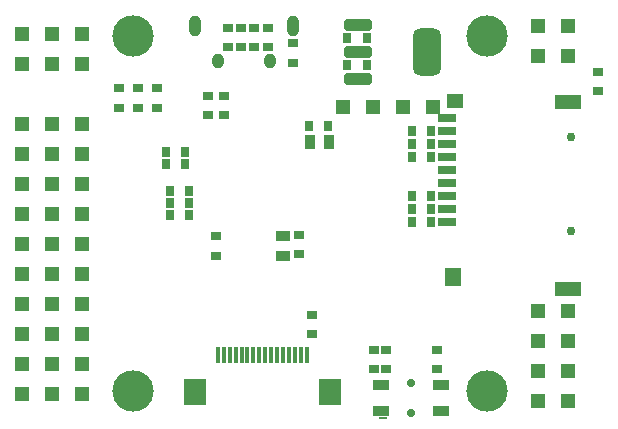
<source format=gbs>
%FSLAX25Y25*%
%MOIN*%
G70*
G01*
G75*
G04 Layer_Color=16711935*
%ADD10R,0.05200X0.06000*%
%ADD11R,0.10000X0.03600*%
%ADD12C,0.02800*%
%ADD13R,0.04000X0.02800*%
%ADD14R,0.05400X0.04000*%
%ADD15C,0.04000*%
%ADD16R,0.06000X0.09600*%
%ADD17R,0.09000X0.07000*%
%ADD18R,0.03400X0.02800*%
%ADD19O,0.06496X0.01181*%
%ADD20O,0.01181X0.06496*%
%ADD21R,0.02756X0.00394*%
%ADD22R,0.05512X0.03150*%
%ADD23R,0.01575X0.06400*%
%ADD24R,0.07000X0.04000*%
%ADD25C,0.02400*%
%ADD26C,0.01000*%
%ADD27C,0.00600*%
%ADD28C,0.01400*%
%ADD29C,0.02000*%
%ADD30C,0.01200*%
%ADD31C,0.01600*%
%ADD32C,0.03000*%
%ADD33R,0.05000X0.05000*%
%ADD34R,0.05000X0.05000*%
%ADD35C,0.13780*%
%ADD36C,0.02756*%
%ADD37O,0.04000X0.07000*%
%ADD38O,0.04000X0.05000*%
%ADD39C,0.02400*%
%ADD40C,0.00400*%
%ADD41R,0.07200X0.08600*%
%ADD42R,0.01000X0.05000*%
%ADD43R,0.05600X0.04800*%
%ADD44R,0.06200X0.02800*%
%ADD45R,0.08600X0.04800*%
%ADD46R,0.05600X0.06200*%
%ADD47R,0.03600X0.04400*%
%ADD48R,0.04400X0.03600*%
%ADD49R,0.02800X0.03400*%
G04:AMPARAMS|DCode=50|XSize=37.4mil|YSize=94.49mil|CornerRadius=9.35mil|HoleSize=0mil|Usage=FLASHONLY|Rotation=270.000|XOffset=0mil|YOffset=0mil|HoleType=Round|Shape=RoundedRectangle|*
%AMROUNDEDRECTD50*
21,1,0.03740,0.07579,0,0,270.0*
21,1,0.01870,0.09449,0,0,270.0*
1,1,0.01870,-0.03789,-0.00935*
1,1,0.01870,-0.03789,0.00935*
1,1,0.01870,0.03789,0.00935*
1,1,0.01870,0.03789,-0.00935*
%
%ADD50ROUNDEDRECTD50*%
G04:AMPARAMS|DCode=51|XSize=157.48mil|YSize=94.49mil|CornerRadius=23.62mil|HoleSize=0mil|Usage=FLASHONLY|Rotation=270.000|XOffset=0mil|YOffset=0mil|HoleType=Round|Shape=RoundedRectangle|*
%AMROUNDEDRECTD51*
21,1,0.15748,0.04724,0,0,270.0*
21,1,0.11024,0.09449,0,0,270.0*
1,1,0.04724,-0.02362,-0.05512*
1,1,0.04724,-0.02362,0.05512*
1,1,0.04724,0.02362,0.05512*
1,1,0.04724,0.02362,-0.05512*
%
%ADD51ROUNDEDRECTD51*%
%ADD52C,0.04500*%
%ADD53C,0.03800*%
%ADD54C,0.03000*%
%ADD55C,0.01900*%
%ADD56C,0.02362*%
%ADD57C,0.00800*%
%ADD58C,0.00787*%
%ADD59C,0.00022*%
%ADD60C,0.00500*%
%ADD61R,0.08500X0.02200*%
%ADD62R,0.03400X0.00600*%
%ADD63R,0.05400X0.06200*%
%ADD64R,0.10200X0.03800*%
%ADD65R,0.04200X0.03000*%
%ADD66R,0.05600X0.04200*%
%ADD67R,0.06200X0.09800*%
%ADD68R,0.03600X0.03000*%
%ADD69R,0.02956X0.00594*%
%ADD70R,0.05712X0.03350*%
%ADD71R,0.01775X0.06600*%
%ADD72R,0.07400X0.08800*%
%ADD73R,0.01200X0.05200*%
%ADD74R,0.05800X0.05000*%
%ADD75R,0.06400X0.03000*%
%ADD76R,0.08800X0.05000*%
%ADD77R,0.05800X0.06400*%
%ADD78R,0.03800X0.04600*%
%ADD79R,0.04600X0.03800*%
%ADD80R,0.03000X0.03600*%
D32*
X188317Y94544D02*
D03*
Y63048D02*
D03*
D33*
X142378Y104398D02*
D03*
X112378D02*
D03*
X122378D02*
D03*
X132378D02*
D03*
X15378Y128898D02*
D03*
X25378Y118898D02*
D03*
Y128898D02*
D03*
X15378Y118898D02*
D03*
X5378D02*
D03*
X5378Y128898D02*
D03*
Y28898D02*
D03*
X25378D02*
D03*
X15378D02*
D03*
Y18898D02*
D03*
X25378Y8898D02*
D03*
Y18898D02*
D03*
X15378Y8898D02*
D03*
X5378D02*
D03*
X5378Y18898D02*
D03*
Y58898D02*
D03*
X25378D02*
D03*
X15378D02*
D03*
Y48898D02*
D03*
X25378Y38898D02*
D03*
Y48898D02*
D03*
X15378Y38898D02*
D03*
X5378D02*
D03*
X5378Y48898D02*
D03*
X15378Y78898D02*
D03*
X25378Y68898D02*
D03*
Y78898D02*
D03*
X15378Y68898D02*
D03*
X5378D02*
D03*
X5378Y78898D02*
D03*
Y98898D02*
D03*
X5378Y88898D02*
D03*
X15378D02*
D03*
X25378Y98898D02*
D03*
Y88898D02*
D03*
X15378Y98898D02*
D03*
D34*
X177378Y121398D02*
D03*
X187378Y131398D02*
D03*
X177378D02*
D03*
X187378Y121398D02*
D03*
X177378Y16398D02*
D03*
X187378D02*
D03*
Y26398D02*
D03*
X177378Y36398D02*
D03*
X187378D02*
D03*
X177378Y26398D02*
D03*
X187378Y6398D02*
D03*
X177378D02*
D03*
D35*
X42323Y127953D02*
D03*
Y9843D02*
D03*
X160433D02*
D03*
Y127953D02*
D03*
D36*
X134878Y2398D02*
D03*
X134879Y12398D02*
D03*
X134878Y2398D02*
D03*
X134877Y12398D02*
D03*
D37*
X62841Y131498D02*
D03*
X95715D02*
D03*
D38*
X70518Y119698D02*
D03*
X88038D02*
D03*
D50*
X117361Y113882D02*
D03*
X117361Y122898D02*
D03*
X117361Y131913D02*
D03*
D51*
X140195Y122898D02*
D03*
D68*
X87178Y130898D02*
D03*
Y124498D02*
D03*
X78378Y130898D02*
D03*
Y124498D02*
D03*
X82778Y130898D02*
D03*
Y124498D02*
D03*
X73978D02*
D03*
Y130898D02*
D03*
X50278Y110598D02*
D03*
Y104198D02*
D03*
X43878Y110598D02*
D03*
Y104198D02*
D03*
X37478Y110598D02*
D03*
Y104198D02*
D03*
X143478Y17098D02*
D03*
Y23498D02*
D03*
X101878Y28598D02*
D03*
Y34998D02*
D03*
X122778Y17098D02*
D03*
Y23498D02*
D03*
X72578Y101798D02*
D03*
Y108198D02*
D03*
X197378Y115998D02*
D03*
Y109598D02*
D03*
X67178Y108198D02*
D03*
Y101798D02*
D03*
X126778Y23498D02*
D03*
Y17098D02*
D03*
X69978Y54898D02*
D03*
Y61298D02*
D03*
X97578Y55398D02*
D03*
Y61798D02*
D03*
X95678Y125598D02*
D03*
Y119198D02*
D03*
D69*
X125778Y798D02*
D03*
D70*
X144878Y3188D02*
D03*
X124878D02*
D03*
X144878Y11607D02*
D03*
X124878D02*
D03*
D72*
X107878Y9498D02*
D03*
X62878D02*
D03*
D73*
X70614Y21898D02*
D03*
X72583D02*
D03*
X74551D02*
D03*
X76520D02*
D03*
X78488D02*
D03*
X80457D02*
D03*
X82425D02*
D03*
X84394D02*
D03*
X86362D02*
D03*
X88331D02*
D03*
X90299D02*
D03*
X92268D02*
D03*
X94236D02*
D03*
X96205D02*
D03*
X98173D02*
D03*
X100142D02*
D03*
D74*
X149778Y106398D02*
D03*
D75*
X146978Y100843D02*
D03*
Y96513D02*
D03*
Y92182D02*
D03*
Y87851D02*
D03*
Y83521D02*
D03*
Y79190D02*
D03*
Y74859D02*
D03*
Y70528D02*
D03*
Y66198D02*
D03*
D76*
X187178Y106198D02*
D03*
Y43598D02*
D03*
D77*
X148978Y47598D02*
D03*
D78*
X101178Y92798D02*
D03*
X107778D02*
D03*
D79*
X92278Y61498D02*
D03*
Y54898D02*
D03*
D80*
X135378Y96498D02*
D03*
X141778D02*
D03*
X135378Y92098D02*
D03*
X141778D02*
D03*
X135378Y74798D02*
D03*
X141778D02*
D03*
X135378Y70498D02*
D03*
X141778D02*
D03*
X135378Y66198D02*
D03*
X141778D02*
D03*
X60978Y68297D02*
D03*
X54578D02*
D03*
X135378Y87798D02*
D03*
X141778D02*
D03*
X107278Y98097D02*
D03*
X100878D02*
D03*
X53278Y85498D02*
D03*
X59678D02*
D03*
X53278Y89498D02*
D03*
X59678D02*
D03*
X60978Y76297D02*
D03*
X54578D02*
D03*
X60978Y72298D02*
D03*
X54578D02*
D03*
X113778Y118398D02*
D03*
X120178D02*
D03*
X113778Y127398D02*
D03*
X120178D02*
D03*
M02*

</source>
